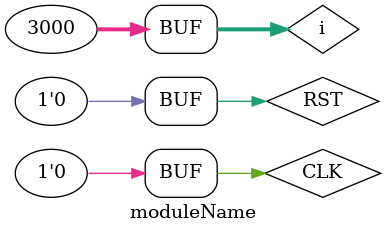
<source format=v>
module moduleName ();

reg CLK;
wire [31:0] OUT;
reg RST;
integer i;
SingleCpu SingleCpu1 (.CLK(CLK), .RST(RST), .OUT(OUT));

initial begin
    RST = 1;
    CLK = 0;
    #50;
    CLK = 1;
    #50
    RST = 0;
    CLK = 0;
    #50
    for(i=0; i<3000; i=i+1) begin
        CLK = 1;
        #50
        CLK = 0;
        #50;
    end


end


// always begin
//     #6 CLK=0;
//     #4 CLK=1;
// end

    
endmodule
</source>
